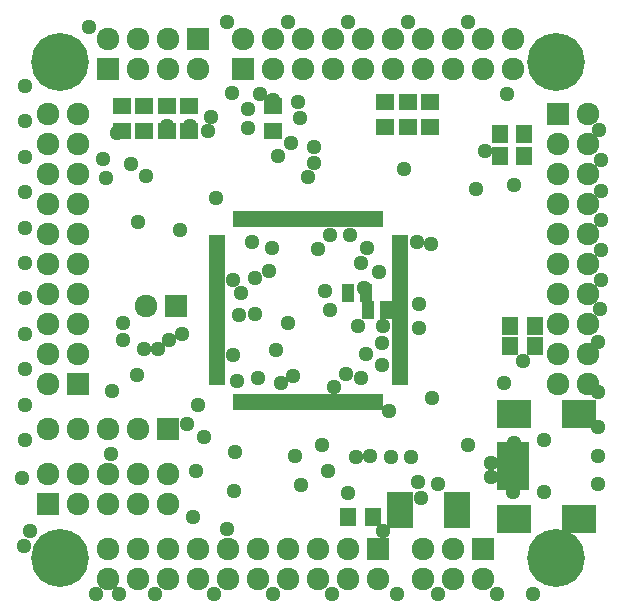
<source format=gts>
G04 (created by PCBNEW (2013-07-07 BZR 4022)-stable) date 2015/10/09 5:51:01*
%MOIN*%
G04 Gerber Fmt 3.4, Leading zero omitted, Abs format*
%FSLAX34Y34*%
G01*
G70*
G90*
G04 APERTURE LIST*
%ADD10C,0.00393701*%
%ADD11R,0.086648X0.122048*%
%ADD12R,0.075748X0.075748*%
%ADD13C,0.075748*%
%ADD14C,0.192913*%
%ADD15R,0.0551181X0.060748*%
%ADD16R,0.060748X0.0551181*%
%ADD17R,0.025748X0.055748*%
%ADD18R,0.055748X0.025748*%
%ADD19R,0.040748X0.060748*%
%ADD20R,0.106348X0.035448*%
%ADD21R,0.114148X0.094448*%
%ADD22C,0.051148*%
%ADD23C,0.050748*%
G04 APERTURE END LIST*
G54D10*
G54D11*
X43149Y-36181D03*
X41259Y-36181D03*
G54D12*
X29500Y-36000D03*
G54D13*
X29500Y-35000D03*
X30500Y-36000D03*
X30500Y-35000D03*
X31500Y-36000D03*
X31500Y-35000D03*
X32500Y-36000D03*
X32500Y-35000D03*
X33500Y-36000D03*
X33500Y-35000D03*
G54D12*
X33500Y-33500D03*
G54D13*
X32500Y-33500D03*
X31500Y-33500D03*
X30500Y-33500D03*
X29500Y-33500D03*
G54D12*
X34500Y-20500D03*
G54D13*
X33500Y-20500D03*
X32500Y-20500D03*
X31500Y-20500D03*
G54D12*
X31500Y-21500D03*
G54D13*
X32500Y-21500D03*
X33500Y-21500D03*
X34500Y-21500D03*
G54D12*
X33767Y-29370D03*
G54D13*
X32767Y-29370D03*
G54D12*
X36000Y-21500D03*
G54D13*
X36000Y-20500D03*
X37000Y-21500D03*
X37000Y-20500D03*
X38000Y-21500D03*
X38000Y-20500D03*
X39000Y-21500D03*
X39000Y-20500D03*
X40000Y-21500D03*
X40000Y-20500D03*
X41000Y-21500D03*
X41000Y-20500D03*
X42000Y-21500D03*
X42000Y-20500D03*
X43000Y-21500D03*
X43000Y-20500D03*
X44000Y-21500D03*
X44000Y-20500D03*
X45000Y-21500D03*
X45000Y-20500D03*
G54D12*
X30500Y-32000D03*
G54D13*
X29500Y-32000D03*
X30500Y-31000D03*
X29500Y-31000D03*
X30500Y-30000D03*
X29500Y-30000D03*
X30500Y-29000D03*
X29500Y-29000D03*
X30500Y-28000D03*
X29500Y-28000D03*
X30500Y-27000D03*
X29500Y-27000D03*
X30500Y-26000D03*
X29500Y-26000D03*
X30500Y-25000D03*
X29500Y-25000D03*
X30500Y-24000D03*
X29500Y-24000D03*
X30500Y-23000D03*
X29500Y-23000D03*
G54D12*
X46500Y-23000D03*
G54D13*
X47500Y-23000D03*
X46500Y-24000D03*
X47500Y-24000D03*
X46500Y-25000D03*
X47500Y-25000D03*
X46500Y-26000D03*
X47500Y-26000D03*
X46500Y-27000D03*
X47500Y-27000D03*
X46500Y-28000D03*
X47500Y-28000D03*
X46500Y-29000D03*
X47500Y-29000D03*
X46500Y-30000D03*
X47500Y-30000D03*
X46500Y-31000D03*
X47500Y-31000D03*
X46500Y-32000D03*
X47500Y-32000D03*
G54D12*
X40500Y-37500D03*
G54D13*
X40500Y-38500D03*
X39500Y-37500D03*
X39500Y-38500D03*
X38500Y-37500D03*
X38500Y-38500D03*
X37500Y-37500D03*
X37500Y-38500D03*
X36500Y-37500D03*
X36500Y-38500D03*
X35500Y-37500D03*
X35500Y-38500D03*
X34500Y-37500D03*
X34500Y-38500D03*
X33500Y-37500D03*
X33500Y-38500D03*
X32500Y-37500D03*
X32500Y-38500D03*
X31500Y-37500D03*
X31500Y-38500D03*
G54D14*
X46456Y-37795D03*
X29921Y-21259D03*
X46456Y-21259D03*
X29921Y-37795D03*
G54D15*
X39527Y-36417D03*
X40354Y-36417D03*
G54D16*
X33464Y-23543D03*
X33464Y-22716D03*
X34212Y-23543D03*
X34212Y-22716D03*
X37007Y-22716D03*
X37007Y-23543D03*
X32716Y-23543D03*
X32716Y-22716D03*
X31968Y-23543D03*
X31968Y-22716D03*
G54D17*
X35828Y-26477D03*
X40548Y-26477D03*
X40348Y-26477D03*
X40158Y-26477D03*
X39958Y-26477D03*
X39758Y-26477D03*
X39568Y-26477D03*
X39368Y-26477D03*
X39168Y-26477D03*
X38978Y-26477D03*
X38778Y-26477D03*
X38578Y-26477D03*
X38378Y-26477D03*
X38188Y-26477D03*
X37988Y-26477D03*
X37788Y-26477D03*
X37598Y-26477D03*
X37398Y-26477D03*
X37198Y-26477D03*
X37008Y-26477D03*
X36808Y-26477D03*
X36608Y-26477D03*
X36418Y-26477D03*
X36218Y-26477D03*
X36018Y-26477D03*
G54D18*
X41238Y-27167D03*
X41238Y-31887D03*
X41238Y-31687D03*
X41238Y-31497D03*
X41238Y-31297D03*
X41238Y-31097D03*
X41238Y-30907D03*
X41238Y-30707D03*
X41238Y-30507D03*
X41238Y-30317D03*
X41238Y-30117D03*
X41238Y-29917D03*
X41238Y-29717D03*
X41238Y-29527D03*
X41238Y-29327D03*
X41238Y-29127D03*
X41238Y-28937D03*
X41238Y-28737D03*
X41238Y-28537D03*
X41238Y-28347D03*
X41238Y-28147D03*
X41238Y-27947D03*
X41238Y-27757D03*
X41238Y-27557D03*
X41238Y-27357D03*
X35138Y-27167D03*
X35138Y-27367D03*
X35138Y-27557D03*
X35138Y-27757D03*
X35138Y-27957D03*
X35138Y-28147D03*
X35138Y-28347D03*
X35138Y-28547D03*
X35138Y-28737D03*
X35138Y-28937D03*
X35138Y-29137D03*
X35138Y-29337D03*
X35138Y-29527D03*
X35138Y-29727D03*
X35138Y-29927D03*
X35138Y-30117D03*
X35138Y-30317D03*
X35138Y-30517D03*
X35138Y-30707D03*
X35138Y-30907D03*
X35138Y-31107D03*
X35138Y-31297D03*
X35138Y-31497D03*
X35138Y-31697D03*
X35138Y-31887D03*
G54D17*
X35828Y-32577D03*
X36028Y-32577D03*
X36218Y-32577D03*
X36418Y-32577D03*
X36618Y-32577D03*
X36808Y-32577D03*
X37008Y-32577D03*
X37208Y-32577D03*
X37398Y-32577D03*
X37598Y-32577D03*
X37798Y-32577D03*
X37998Y-32577D03*
X38188Y-32577D03*
X38388Y-32577D03*
X38588Y-32577D03*
X38778Y-32577D03*
X38978Y-32577D03*
X39178Y-32577D03*
X39368Y-32577D03*
X39568Y-32577D03*
X39768Y-32577D03*
X39958Y-32577D03*
X40158Y-32577D03*
X40358Y-32577D03*
X40548Y-32577D03*
G54D15*
X44921Y-30708D03*
X45748Y-30708D03*
X44921Y-30039D03*
X45748Y-30039D03*
X44566Y-24370D03*
X45393Y-24370D03*
X44566Y-23661D03*
X45393Y-23661D03*
G54D16*
X41496Y-23425D03*
X41496Y-22598D03*
X40748Y-23425D03*
X40748Y-22598D03*
X42244Y-23425D03*
X42244Y-22598D03*
G54D12*
X44000Y-37500D03*
G54D13*
X44000Y-38500D03*
X43000Y-37500D03*
X43000Y-38500D03*
X42000Y-37500D03*
X42000Y-38500D03*
G54D19*
X40172Y-29527D03*
X40772Y-29527D03*
X39503Y-28937D03*
X40103Y-28937D03*
G54D20*
X45019Y-35354D03*
X45019Y-35039D03*
X45019Y-34724D03*
X45019Y-34409D03*
X45019Y-34094D03*
G54D21*
X45058Y-36476D03*
X47223Y-36476D03*
X45058Y-32972D03*
X47223Y-32972D03*
G54D22*
X46042Y-35590D03*
X46042Y-33858D03*
G54D23*
X31614Y-34330D03*
X32480Y-31692D03*
X42283Y-27322D03*
X41811Y-27244D03*
X39960Y-27952D03*
X35472Y-36811D03*
X41850Y-35236D03*
X38858Y-34881D03*
X35748Y-34251D03*
X35708Y-35551D03*
X39527Y-35629D03*
X40629Y-31338D03*
X40629Y-30629D03*
X32283Y-24645D03*
X32795Y-25039D03*
X37283Y-31968D03*
X37677Y-31732D03*
X44724Y-31968D03*
X42322Y-32440D03*
X45354Y-31220D03*
X39055Y-32086D03*
X37834Y-22598D03*
X33976Y-30314D03*
X35629Y-22283D03*
X33543Y-30511D03*
X33188Y-30826D03*
X32716Y-30826D03*
X35944Y-28937D03*
X44291Y-34606D03*
X44291Y-35078D03*
X32007Y-30511D03*
X36889Y-28228D03*
X40551Y-28267D03*
X35826Y-31889D03*
X36299Y-27244D03*
X40866Y-32874D03*
X32007Y-29960D03*
X31811Y-23622D03*
X32716Y-23543D03*
X37007Y-22519D03*
X41929Y-35787D03*
X43307Y-36259D03*
X45000Y-35590D03*
X33464Y-23385D03*
X34251Y-23385D03*
X31456Y-25118D03*
X31338Y-24488D03*
X34330Y-36417D03*
X34133Y-33307D03*
X37755Y-34370D03*
X41889Y-30118D03*
X38503Y-27480D03*
X40039Y-28779D03*
X42519Y-35314D03*
X43503Y-34015D03*
X36181Y-22834D03*
X36574Y-22322D03*
X34960Y-23070D03*
X39566Y-27007D03*
X38897Y-27007D03*
X44803Y-22322D03*
X37913Y-23110D03*
X35866Y-29685D03*
X38188Y-25078D03*
X38740Y-28897D03*
X38385Y-24094D03*
X32519Y-26574D03*
X28897Y-36889D03*
X37519Y-29960D03*
X35118Y-25787D03*
X39448Y-31653D03*
X39842Y-30039D03*
X43779Y-25472D03*
X41889Y-29330D03*
X40669Y-30039D03*
X39763Y-34409D03*
X40944Y-34409D03*
X41614Y-34409D03*
X40236Y-34370D03*
X37952Y-35354D03*
X40669Y-36889D03*
X36181Y-23464D03*
X33897Y-26850D03*
X35669Y-28503D03*
X36417Y-28464D03*
X37125Y-30866D03*
X36496Y-31771D03*
X38897Y-29527D03*
X36417Y-29645D03*
X36968Y-27440D03*
X31653Y-32204D03*
X45039Y-25354D03*
X44094Y-24212D03*
X47952Y-27519D03*
X47874Y-23503D03*
X41377Y-24803D03*
X28700Y-37401D03*
X28740Y-33858D03*
X28740Y-32677D03*
X28740Y-31496D03*
X28740Y-30314D03*
X28740Y-29133D03*
X28740Y-27952D03*
X28740Y-26771D03*
X28740Y-25590D03*
X28740Y-24409D03*
X28740Y-23228D03*
X28740Y-22047D03*
X28661Y-35118D03*
X40157Y-27440D03*
X34448Y-34881D03*
X30866Y-20078D03*
X43503Y-19921D03*
X41496Y-19921D03*
X39527Y-19921D03*
X37519Y-19921D03*
X35472Y-19921D03*
X47952Y-24527D03*
X47952Y-25551D03*
X47952Y-26535D03*
X47952Y-28503D03*
X47913Y-29488D03*
X47834Y-30590D03*
X47834Y-32244D03*
X47834Y-33425D03*
X47834Y-34370D03*
X47834Y-35314D03*
X45669Y-38976D03*
X44488Y-38976D03*
X42519Y-38976D03*
X41141Y-38976D03*
X38976Y-38976D03*
X37007Y-38976D03*
X35039Y-38976D03*
X33070Y-38976D03*
X31889Y-38976D03*
X31102Y-38976D03*
X45039Y-33937D03*
X37598Y-23937D03*
X37165Y-24370D03*
X34842Y-23543D03*
X34724Y-33740D03*
X34527Y-32677D03*
X39960Y-31771D03*
X38661Y-34015D03*
X35669Y-31023D03*
X40118Y-30984D03*
X38385Y-24606D03*
M02*

</source>
